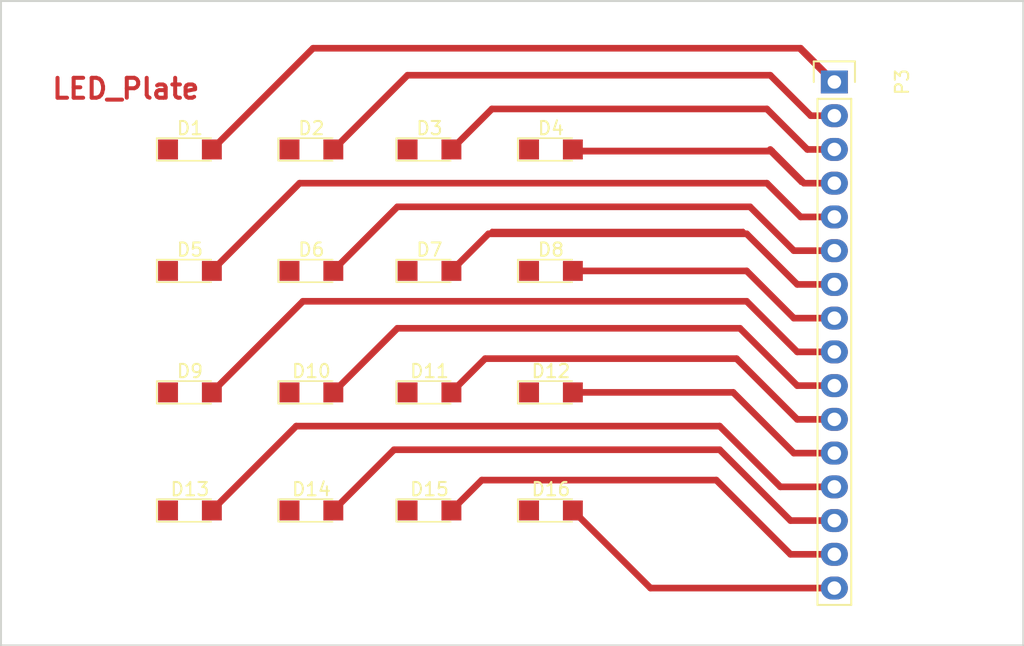
<source format=kicad_pcb>
(kicad_pcb (version 4) (host pcbnew 4.0.6-e0-6349~52~ubuntu16.10.1)

  (general
    (links 31)
    (no_connects 15)
    (area 42.596999 58.090999 119.709001 106.755001)
    (thickness 1.6)
    (drawings 15)
    (tracks 85)
    (zones 0)
    (modules 17)
    (nets 18)
  )

  (page A4)
  (layers
    (0 F.Cu signal)
    (31 B.Cu signal)
    (32 B.Adhes user)
    (33 F.Adhes user)
    (34 B.Paste user)
    (35 F.Paste user)
    (36 B.SilkS user)
    (37 F.SilkS user)
    (38 B.Mask user)
    (39 F.Mask user)
    (40 Dwgs.User user)
    (41 Cmts.User user)
    (42 Eco1.User user)
    (43 Eco2.User user)
    (44 Edge.Cuts user)
    (45 Margin user)
    (46 B.CrtYd user)
    (47 F.CrtYd user)
    (48 B.Fab user)
    (49 F.Fab user)
  )

  (setup
    (last_trace_width 0.5)
    (trace_clearance 0.2)
    (zone_clearance 0.508)
    (zone_45_only no)
    (trace_min 0.2)
    (segment_width 0.2)
    (edge_width 0.15)
    (via_size 0.6)
    (via_drill 0.4)
    (via_min_size 0.4)
    (via_min_drill 0.3)
    (uvia_size 0.3)
    (uvia_drill 0.1)
    (uvias_allowed no)
    (uvia_min_size 0.2)
    (uvia_min_drill 0.1)
    (pcb_text_width 0.3)
    (pcb_text_size 1.5 1.5)
    (mod_edge_width 0.15)
    (mod_text_size 1 1)
    (mod_text_width 0.15)
    (pad_size 1.524 1.524)
    (pad_drill 0.762)
    (pad_to_mask_clearance 0.2)
    (aux_axis_origin 45.974 61.722)
    (grid_origin 24.384 23.876)
    (visible_elements FFFFFF7F)
    (pcbplotparams
      (layerselection 0x00030_80000001)
      (usegerberextensions false)
      (excludeedgelayer true)
      (linewidth 0.100000)
      (plotframeref false)
      (viasonmask false)
      (mode 1)
      (useauxorigin false)
      (hpglpennumber 1)
      (hpglpenspeed 20)
      (hpglpendiameter 15)
      (hpglpenoverlay 2)
      (psnegative false)
      (psa4output false)
      (plotreference true)
      (plotvalue true)
      (plotinvisibletext false)
      (padsonsilk false)
      (subtractmaskfromsilk false)
      (outputformat 1)
      (mirror false)
      (drillshape 1)
      (scaleselection 1)
      (outputdirectory ""))
  )

  (net 0 "")
  (net 1 "Net-(D1-Pad2)")
  (net 2 GND)
  (net 3 "Net-(D2-Pad2)")
  (net 4 "Net-(D3-Pad2)")
  (net 5 "Net-(D4-Pad2)")
  (net 6 "Net-(D5-Pad2)")
  (net 7 "Net-(D6-Pad2)")
  (net 8 "Net-(D7-Pad2)")
  (net 9 "Net-(D8-Pad2)")
  (net 10 "Net-(D9-Pad2)")
  (net 11 "Net-(D10-Pad2)")
  (net 12 "Net-(D11-Pad2)")
  (net 13 "Net-(D12-Pad2)")
  (net 14 "Net-(D13-Pad2)")
  (net 15 "Net-(D14-Pad2)")
  (net 16 "Net-(D15-Pad2)")
  (net 17 "Net-(D16-Pad2)")

  (net_class Default "This is the default net class."
    (clearance 0.2)
    (trace_width 0.5)
    (via_dia 0.6)
    (via_drill 0.4)
    (uvia_dia 0.3)
    (uvia_drill 0.1)
    (add_net GND)
    (add_net "Net-(D1-Pad2)")
    (add_net "Net-(D10-Pad2)")
    (add_net "Net-(D11-Pad2)")
    (add_net "Net-(D12-Pad2)")
    (add_net "Net-(D13-Pad2)")
    (add_net "Net-(D14-Pad2)")
    (add_net "Net-(D15-Pad2)")
    (add_net "Net-(D16-Pad2)")
    (add_net "Net-(D2-Pad2)")
    (add_net "Net-(D3-Pad2)")
    (add_net "Net-(D4-Pad2)")
    (add_net "Net-(D5-Pad2)")
    (add_net "Net-(D6-Pad2)")
    (add_net "Net-(D7-Pad2)")
    (add_net "Net-(D8-Pad2)")
    (add_net "Net-(D9-Pad2)")
  )

  (module LEDs:LED_1206 (layer F.Cu) (tedit 57FE943C) (tstamp 5887508F)
    (at 56.896 69.342)
    (descr "LED 1206 smd package")
    (tags "LED led 1206 SMD smd SMT smt smdled SMDLED smtled SMTLED")
    (path /58873DF0)
    (attr smd)
    (fp_text reference D1 (at 0 -1.6) (layer F.SilkS)
      (effects (font (size 1 1) (thickness 0.15)))
    )
    (fp_text value LED (at 0 1.7) (layer F.Fab)
      (effects (font (size 1 1) (thickness 0.15)))
    )
    (fp_line (start -2.5 -0.85) (end -2.5 0.85) (layer F.SilkS) (width 0.12))
    (fp_line (start -0.45 -0.4) (end -0.45 0.4) (layer F.Fab) (width 0.1))
    (fp_line (start -0.4 0) (end 0.2 -0.4) (layer F.Fab) (width 0.1))
    (fp_line (start 0.2 0.4) (end -0.4 0) (layer F.Fab) (width 0.1))
    (fp_line (start 0.2 -0.4) (end 0.2 0.4) (layer F.Fab) (width 0.1))
    (fp_line (start 1.6 0.8) (end -1.6 0.8) (layer F.Fab) (width 0.1))
    (fp_line (start 1.6 -0.8) (end 1.6 0.8) (layer F.Fab) (width 0.1))
    (fp_line (start -1.6 -0.8) (end 1.6 -0.8) (layer F.Fab) (width 0.1))
    (fp_line (start -1.6 0.8) (end -1.6 -0.8) (layer F.Fab) (width 0.1))
    (fp_line (start -2.45 0.85) (end 1.6 0.85) (layer F.SilkS) (width 0.12))
    (fp_line (start -2.45 -0.85) (end 1.6 -0.85) (layer F.SilkS) (width 0.12))
    (fp_line (start 2.65 -1) (end 2.65 1) (layer F.CrtYd) (width 0.05))
    (fp_line (start 2.65 1) (end -2.65 1) (layer F.CrtYd) (width 0.05))
    (fp_line (start -2.65 1) (end -2.65 -1) (layer F.CrtYd) (width 0.05))
    (fp_line (start -2.65 -1) (end 2.65 -1) (layer F.CrtYd) (width 0.05))
    (pad 2 smd rect (at 1.65 0 180) (size 1.5 1.5) (layers F.Cu F.Paste F.Mask)
      (net 1 "Net-(D1-Pad2)"))
    (pad 1 smd rect (at -1.65 0 180) (size 1.5 1.5) (layers F.Cu F.Paste F.Mask)
      (net 2 GND))
    (model LEDs.3dshapes/LED_1206.wrl
      (at (xyz 0 0 0))
      (scale (xyz 1 1 1))
      (rotate (xyz 0 0 180))
    )
  )

  (module LEDs:LED_1206 (layer F.Cu) (tedit 57FE943C) (tstamp 58875095)
    (at 66.04 69.342)
    (descr "LED 1206 smd package")
    (tags "LED led 1206 SMD smd SMT smt smdled SMDLED smtled SMTLED")
    (path /58873EA0)
    (attr smd)
    (fp_text reference D2 (at 0 -1.6) (layer F.SilkS)
      (effects (font (size 1 1) (thickness 0.15)))
    )
    (fp_text value LED (at 0 1.7) (layer F.Fab)
      (effects (font (size 1 1) (thickness 0.15)))
    )
    (fp_line (start -2.5 -0.85) (end -2.5 0.85) (layer F.SilkS) (width 0.12))
    (fp_line (start -0.45 -0.4) (end -0.45 0.4) (layer F.Fab) (width 0.1))
    (fp_line (start -0.4 0) (end 0.2 -0.4) (layer F.Fab) (width 0.1))
    (fp_line (start 0.2 0.4) (end -0.4 0) (layer F.Fab) (width 0.1))
    (fp_line (start 0.2 -0.4) (end 0.2 0.4) (layer F.Fab) (width 0.1))
    (fp_line (start 1.6 0.8) (end -1.6 0.8) (layer F.Fab) (width 0.1))
    (fp_line (start 1.6 -0.8) (end 1.6 0.8) (layer F.Fab) (width 0.1))
    (fp_line (start -1.6 -0.8) (end 1.6 -0.8) (layer F.Fab) (width 0.1))
    (fp_line (start -1.6 0.8) (end -1.6 -0.8) (layer F.Fab) (width 0.1))
    (fp_line (start -2.45 0.85) (end 1.6 0.85) (layer F.SilkS) (width 0.12))
    (fp_line (start -2.45 -0.85) (end 1.6 -0.85) (layer F.SilkS) (width 0.12))
    (fp_line (start 2.65 -1) (end 2.65 1) (layer F.CrtYd) (width 0.05))
    (fp_line (start 2.65 1) (end -2.65 1) (layer F.CrtYd) (width 0.05))
    (fp_line (start -2.65 1) (end -2.65 -1) (layer F.CrtYd) (width 0.05))
    (fp_line (start -2.65 -1) (end 2.65 -1) (layer F.CrtYd) (width 0.05))
    (pad 2 smd rect (at 1.65 0 180) (size 1.5 1.5) (layers F.Cu F.Paste F.Mask)
      (net 3 "Net-(D2-Pad2)"))
    (pad 1 smd rect (at -1.65 0 180) (size 1.5 1.5) (layers F.Cu F.Paste F.Mask)
      (net 2 GND))
    (model LEDs.3dshapes/LED_1206.wrl
      (at (xyz 0 0 0))
      (scale (xyz 1 1 1))
      (rotate (xyz 0 0 180))
    )
  )

  (module LEDs:LED_1206 (layer F.Cu) (tedit 57FE943C) (tstamp 5887509B)
    (at 74.93 69.342)
    (descr "LED 1206 smd package")
    (tags "LED led 1206 SMD smd SMT smt smdled SMDLED smtled SMTLED")
    (path /58873ED7)
    (attr smd)
    (fp_text reference D3 (at 0 -1.6) (layer F.SilkS)
      (effects (font (size 1 1) (thickness 0.15)))
    )
    (fp_text value LED (at 0 1.7) (layer F.Fab)
      (effects (font (size 1 1) (thickness 0.15)))
    )
    (fp_line (start -2.5 -0.85) (end -2.5 0.85) (layer F.SilkS) (width 0.12))
    (fp_line (start -0.45 -0.4) (end -0.45 0.4) (layer F.Fab) (width 0.1))
    (fp_line (start -0.4 0) (end 0.2 -0.4) (layer F.Fab) (width 0.1))
    (fp_line (start 0.2 0.4) (end -0.4 0) (layer F.Fab) (width 0.1))
    (fp_line (start 0.2 -0.4) (end 0.2 0.4) (layer F.Fab) (width 0.1))
    (fp_line (start 1.6 0.8) (end -1.6 0.8) (layer F.Fab) (width 0.1))
    (fp_line (start 1.6 -0.8) (end 1.6 0.8) (layer F.Fab) (width 0.1))
    (fp_line (start -1.6 -0.8) (end 1.6 -0.8) (layer F.Fab) (width 0.1))
    (fp_line (start -1.6 0.8) (end -1.6 -0.8) (layer F.Fab) (width 0.1))
    (fp_line (start -2.45 0.85) (end 1.6 0.85) (layer F.SilkS) (width 0.12))
    (fp_line (start -2.45 -0.85) (end 1.6 -0.85) (layer F.SilkS) (width 0.12))
    (fp_line (start 2.65 -1) (end 2.65 1) (layer F.CrtYd) (width 0.05))
    (fp_line (start 2.65 1) (end -2.65 1) (layer F.CrtYd) (width 0.05))
    (fp_line (start -2.65 1) (end -2.65 -1) (layer F.CrtYd) (width 0.05))
    (fp_line (start -2.65 -1) (end 2.65 -1) (layer F.CrtYd) (width 0.05))
    (pad 2 smd rect (at 1.65 0 180) (size 1.5 1.5) (layers F.Cu F.Paste F.Mask)
      (net 4 "Net-(D3-Pad2)"))
    (pad 1 smd rect (at -1.65 0 180) (size 1.5 1.5) (layers F.Cu F.Paste F.Mask)
      (net 2 GND))
    (model LEDs.3dshapes/LED_1206.wrl
      (at (xyz 0 0 0))
      (scale (xyz 1 1 1))
      (rotate (xyz 0 0 180))
    )
  )

  (module LEDs:LED_1206 (layer F.Cu) (tedit 57FE943C) (tstamp 588750A1)
    (at 84.074 69.342)
    (descr "LED 1206 smd package")
    (tags "LED led 1206 SMD smd SMT smt smdled SMDLED smtled SMTLED")
    (path /58873F32)
    (attr smd)
    (fp_text reference D4 (at 0 -1.6) (layer F.SilkS)
      (effects (font (size 1 1) (thickness 0.15)))
    )
    (fp_text value LED (at 0 1.7) (layer F.Fab)
      (effects (font (size 1 1) (thickness 0.15)))
    )
    (fp_line (start -2.5 -0.85) (end -2.5 0.85) (layer F.SilkS) (width 0.12))
    (fp_line (start -0.45 -0.4) (end -0.45 0.4) (layer F.Fab) (width 0.1))
    (fp_line (start -0.4 0) (end 0.2 -0.4) (layer F.Fab) (width 0.1))
    (fp_line (start 0.2 0.4) (end -0.4 0) (layer F.Fab) (width 0.1))
    (fp_line (start 0.2 -0.4) (end 0.2 0.4) (layer F.Fab) (width 0.1))
    (fp_line (start 1.6 0.8) (end -1.6 0.8) (layer F.Fab) (width 0.1))
    (fp_line (start 1.6 -0.8) (end 1.6 0.8) (layer F.Fab) (width 0.1))
    (fp_line (start -1.6 -0.8) (end 1.6 -0.8) (layer F.Fab) (width 0.1))
    (fp_line (start -1.6 0.8) (end -1.6 -0.8) (layer F.Fab) (width 0.1))
    (fp_line (start -2.45 0.85) (end 1.6 0.85) (layer F.SilkS) (width 0.12))
    (fp_line (start -2.45 -0.85) (end 1.6 -0.85) (layer F.SilkS) (width 0.12))
    (fp_line (start 2.65 -1) (end 2.65 1) (layer F.CrtYd) (width 0.05))
    (fp_line (start 2.65 1) (end -2.65 1) (layer F.CrtYd) (width 0.05))
    (fp_line (start -2.65 1) (end -2.65 -1) (layer F.CrtYd) (width 0.05))
    (fp_line (start -2.65 -1) (end 2.65 -1) (layer F.CrtYd) (width 0.05))
    (pad 2 smd rect (at 1.65 0 180) (size 1.5 1.5) (layers F.Cu F.Paste F.Mask)
      (net 5 "Net-(D4-Pad2)"))
    (pad 1 smd rect (at -1.65 0 180) (size 1.5 1.5) (layers F.Cu F.Paste F.Mask)
      (net 2 GND))
    (model LEDs.3dshapes/LED_1206.wrl
      (at (xyz 0 0 0))
      (scale (xyz 1 1 1))
      (rotate (xyz 0 0 180))
    )
  )

  (module LEDs:LED_1206 (layer F.Cu) (tedit 57FE943C) (tstamp 588750A7)
    (at 56.896 78.486)
    (descr "LED 1206 smd package")
    (tags "LED led 1206 SMD smd SMT smt smdled SMDLED smtled SMTLED")
    (path /58873F80)
    (attr smd)
    (fp_text reference D5 (at 0 -1.6) (layer F.SilkS)
      (effects (font (size 1 1) (thickness 0.15)))
    )
    (fp_text value LED (at 0 1.7) (layer F.Fab)
      (effects (font (size 1 1) (thickness 0.15)))
    )
    (fp_line (start -2.5 -0.85) (end -2.5 0.85) (layer F.SilkS) (width 0.12))
    (fp_line (start -0.45 -0.4) (end -0.45 0.4) (layer F.Fab) (width 0.1))
    (fp_line (start -0.4 0) (end 0.2 -0.4) (layer F.Fab) (width 0.1))
    (fp_line (start 0.2 0.4) (end -0.4 0) (layer F.Fab) (width 0.1))
    (fp_line (start 0.2 -0.4) (end 0.2 0.4) (layer F.Fab) (width 0.1))
    (fp_line (start 1.6 0.8) (end -1.6 0.8) (layer F.Fab) (width 0.1))
    (fp_line (start 1.6 -0.8) (end 1.6 0.8) (layer F.Fab) (width 0.1))
    (fp_line (start -1.6 -0.8) (end 1.6 -0.8) (layer F.Fab) (width 0.1))
    (fp_line (start -1.6 0.8) (end -1.6 -0.8) (layer F.Fab) (width 0.1))
    (fp_line (start -2.45 0.85) (end 1.6 0.85) (layer F.SilkS) (width 0.12))
    (fp_line (start -2.45 -0.85) (end 1.6 -0.85) (layer F.SilkS) (width 0.12))
    (fp_line (start 2.65 -1) (end 2.65 1) (layer F.CrtYd) (width 0.05))
    (fp_line (start 2.65 1) (end -2.65 1) (layer F.CrtYd) (width 0.05))
    (fp_line (start -2.65 1) (end -2.65 -1) (layer F.CrtYd) (width 0.05))
    (fp_line (start -2.65 -1) (end 2.65 -1) (layer F.CrtYd) (width 0.05))
    (pad 2 smd rect (at 1.65 0 180) (size 1.5 1.5) (layers F.Cu F.Paste F.Mask)
      (net 6 "Net-(D5-Pad2)"))
    (pad 1 smd rect (at -1.65 0 180) (size 1.5 1.5) (layers F.Cu F.Paste F.Mask)
      (net 2 GND))
    (model LEDs.3dshapes/LED_1206.wrl
      (at (xyz 0 0 0))
      (scale (xyz 1 1 1))
      (rotate (xyz 0 0 180))
    )
  )

  (module LEDs:LED_1206 (layer F.Cu) (tedit 57FE943C) (tstamp 588750AD)
    (at 66.04 78.486)
    (descr "LED 1206 smd package")
    (tags "LED led 1206 SMD smd SMT smt smdled SMDLED smtled SMTLED")
    (path /58873FA7)
    (attr smd)
    (fp_text reference D6 (at 0 -1.6) (layer F.SilkS)
      (effects (font (size 1 1) (thickness 0.15)))
    )
    (fp_text value LED (at 0 1.7) (layer F.Fab)
      (effects (font (size 1 1) (thickness 0.15)))
    )
    (fp_line (start -2.5 -0.85) (end -2.5 0.85) (layer F.SilkS) (width 0.12))
    (fp_line (start -0.45 -0.4) (end -0.45 0.4) (layer F.Fab) (width 0.1))
    (fp_line (start -0.4 0) (end 0.2 -0.4) (layer F.Fab) (width 0.1))
    (fp_line (start 0.2 0.4) (end -0.4 0) (layer F.Fab) (width 0.1))
    (fp_line (start 0.2 -0.4) (end 0.2 0.4) (layer F.Fab) (width 0.1))
    (fp_line (start 1.6 0.8) (end -1.6 0.8) (layer F.Fab) (width 0.1))
    (fp_line (start 1.6 -0.8) (end 1.6 0.8) (layer F.Fab) (width 0.1))
    (fp_line (start -1.6 -0.8) (end 1.6 -0.8) (layer F.Fab) (width 0.1))
    (fp_line (start -1.6 0.8) (end -1.6 -0.8) (layer F.Fab) (width 0.1))
    (fp_line (start -2.45 0.85) (end 1.6 0.85) (layer F.SilkS) (width 0.12))
    (fp_line (start -2.45 -0.85) (end 1.6 -0.85) (layer F.SilkS) (width 0.12))
    (fp_line (start 2.65 -1) (end 2.65 1) (layer F.CrtYd) (width 0.05))
    (fp_line (start 2.65 1) (end -2.65 1) (layer F.CrtYd) (width 0.05))
    (fp_line (start -2.65 1) (end -2.65 -1) (layer F.CrtYd) (width 0.05))
    (fp_line (start -2.65 -1) (end 2.65 -1) (layer F.CrtYd) (width 0.05))
    (pad 2 smd rect (at 1.65 0 180) (size 1.5 1.5) (layers F.Cu F.Paste F.Mask)
      (net 7 "Net-(D6-Pad2)"))
    (pad 1 smd rect (at -1.65 0 180) (size 1.5 1.5) (layers F.Cu F.Paste F.Mask)
      (net 2 GND))
    (model LEDs.3dshapes/LED_1206.wrl
      (at (xyz 0 0 0))
      (scale (xyz 1 1 1))
      (rotate (xyz 0 0 180))
    )
  )

  (module LEDs:LED_1206 (layer F.Cu) (tedit 57FE943C) (tstamp 588750B3)
    (at 74.93 78.486)
    (descr "LED 1206 smd package")
    (tags "LED led 1206 SMD smd SMT smt smdled SMDLED smtled SMTLED")
    (path /58874082)
    (attr smd)
    (fp_text reference D7 (at 0 -1.6) (layer F.SilkS)
      (effects (font (size 1 1) (thickness 0.15)))
    )
    (fp_text value LED (at 0 1.7) (layer F.Fab)
      (effects (font (size 1 1) (thickness 0.15)))
    )
    (fp_line (start -2.5 -0.85) (end -2.5 0.85) (layer F.SilkS) (width 0.12))
    (fp_line (start -0.45 -0.4) (end -0.45 0.4) (layer F.Fab) (width 0.1))
    (fp_line (start -0.4 0) (end 0.2 -0.4) (layer F.Fab) (width 0.1))
    (fp_line (start 0.2 0.4) (end -0.4 0) (layer F.Fab) (width 0.1))
    (fp_line (start 0.2 -0.4) (end 0.2 0.4) (layer F.Fab) (width 0.1))
    (fp_line (start 1.6 0.8) (end -1.6 0.8) (layer F.Fab) (width 0.1))
    (fp_line (start 1.6 -0.8) (end 1.6 0.8) (layer F.Fab) (width 0.1))
    (fp_line (start -1.6 -0.8) (end 1.6 -0.8) (layer F.Fab) (width 0.1))
    (fp_line (start -1.6 0.8) (end -1.6 -0.8) (layer F.Fab) (width 0.1))
    (fp_line (start -2.45 0.85) (end 1.6 0.85) (layer F.SilkS) (width 0.12))
    (fp_line (start -2.45 -0.85) (end 1.6 -0.85) (layer F.SilkS) (width 0.12))
    (fp_line (start 2.65 -1) (end 2.65 1) (layer F.CrtYd) (width 0.05))
    (fp_line (start 2.65 1) (end -2.65 1) (layer F.CrtYd) (width 0.05))
    (fp_line (start -2.65 1) (end -2.65 -1) (layer F.CrtYd) (width 0.05))
    (fp_line (start -2.65 -1) (end 2.65 -1) (layer F.CrtYd) (width 0.05))
    (pad 2 smd rect (at 1.65 0 180) (size 1.5 1.5) (layers F.Cu F.Paste F.Mask)
      (net 8 "Net-(D7-Pad2)"))
    (pad 1 smd rect (at -1.65 0 180) (size 1.5 1.5) (layers F.Cu F.Paste F.Mask)
      (net 2 GND))
    (model LEDs.3dshapes/LED_1206.wrl
      (at (xyz 0 0 0))
      (scale (xyz 1 1 1))
      (rotate (xyz 0 0 180))
    )
  )

  (module LEDs:LED_1206 (layer F.Cu) (tedit 57FE943C) (tstamp 588750B9)
    (at 84.074 78.486)
    (descr "LED 1206 smd package")
    (tags "LED led 1206 SMD smd SMT smt smdled SMDLED smtled SMTLED")
    (path /588740C4)
    (attr smd)
    (fp_text reference D8 (at 0 -1.6) (layer F.SilkS)
      (effects (font (size 1 1) (thickness 0.15)))
    )
    (fp_text value LED (at 0 1.7) (layer F.Fab)
      (effects (font (size 1 1) (thickness 0.15)))
    )
    (fp_line (start -2.5 -0.85) (end -2.5 0.85) (layer F.SilkS) (width 0.12))
    (fp_line (start -0.45 -0.4) (end -0.45 0.4) (layer F.Fab) (width 0.1))
    (fp_line (start -0.4 0) (end 0.2 -0.4) (layer F.Fab) (width 0.1))
    (fp_line (start 0.2 0.4) (end -0.4 0) (layer F.Fab) (width 0.1))
    (fp_line (start 0.2 -0.4) (end 0.2 0.4) (layer F.Fab) (width 0.1))
    (fp_line (start 1.6 0.8) (end -1.6 0.8) (layer F.Fab) (width 0.1))
    (fp_line (start 1.6 -0.8) (end 1.6 0.8) (layer F.Fab) (width 0.1))
    (fp_line (start -1.6 -0.8) (end 1.6 -0.8) (layer F.Fab) (width 0.1))
    (fp_line (start -1.6 0.8) (end -1.6 -0.8) (layer F.Fab) (width 0.1))
    (fp_line (start -2.45 0.85) (end 1.6 0.85) (layer F.SilkS) (width 0.12))
    (fp_line (start -2.45 -0.85) (end 1.6 -0.85) (layer F.SilkS) (width 0.12))
    (fp_line (start 2.65 -1) (end 2.65 1) (layer F.CrtYd) (width 0.05))
    (fp_line (start 2.65 1) (end -2.65 1) (layer F.CrtYd) (width 0.05))
    (fp_line (start -2.65 1) (end -2.65 -1) (layer F.CrtYd) (width 0.05))
    (fp_line (start -2.65 -1) (end 2.65 -1) (layer F.CrtYd) (width 0.05))
    (pad 2 smd rect (at 1.65 0 180) (size 1.5 1.5) (layers F.Cu F.Paste F.Mask)
      (net 9 "Net-(D8-Pad2)"))
    (pad 1 smd rect (at -1.65 0 180) (size 1.5 1.5) (layers F.Cu F.Paste F.Mask)
      (net 2 GND))
    (model LEDs.3dshapes/LED_1206.wrl
      (at (xyz 0 0 0))
      (scale (xyz 1 1 1))
      (rotate (xyz 0 0 180))
    )
  )

  (module LEDs:LED_1206 (layer F.Cu) (tedit 57FE943C) (tstamp 588750BF)
    (at 56.896 87.63)
    (descr "LED 1206 smd package")
    (tags "LED led 1206 SMD smd SMT smt smdled SMDLED smtled SMTLED")
    (path /588740F1)
    (attr smd)
    (fp_text reference D9 (at 0 -1.6) (layer F.SilkS)
      (effects (font (size 1 1) (thickness 0.15)))
    )
    (fp_text value LED (at 0 1.7) (layer F.Fab)
      (effects (font (size 1 1) (thickness 0.15)))
    )
    (fp_line (start -2.5 -0.85) (end -2.5 0.85) (layer F.SilkS) (width 0.12))
    (fp_line (start -0.45 -0.4) (end -0.45 0.4) (layer F.Fab) (width 0.1))
    (fp_line (start -0.4 0) (end 0.2 -0.4) (layer F.Fab) (width 0.1))
    (fp_line (start 0.2 0.4) (end -0.4 0) (layer F.Fab) (width 0.1))
    (fp_line (start 0.2 -0.4) (end 0.2 0.4) (layer F.Fab) (width 0.1))
    (fp_line (start 1.6 0.8) (end -1.6 0.8) (layer F.Fab) (width 0.1))
    (fp_line (start 1.6 -0.8) (end 1.6 0.8) (layer F.Fab) (width 0.1))
    (fp_line (start -1.6 -0.8) (end 1.6 -0.8) (layer F.Fab) (width 0.1))
    (fp_line (start -1.6 0.8) (end -1.6 -0.8) (layer F.Fab) (width 0.1))
    (fp_line (start -2.45 0.85) (end 1.6 0.85) (layer F.SilkS) (width 0.12))
    (fp_line (start -2.45 -0.85) (end 1.6 -0.85) (layer F.SilkS) (width 0.12))
    (fp_line (start 2.65 -1) (end 2.65 1) (layer F.CrtYd) (width 0.05))
    (fp_line (start 2.65 1) (end -2.65 1) (layer F.CrtYd) (width 0.05))
    (fp_line (start -2.65 1) (end -2.65 -1) (layer F.CrtYd) (width 0.05))
    (fp_line (start -2.65 -1) (end 2.65 -1) (layer F.CrtYd) (width 0.05))
    (pad 2 smd rect (at 1.65 0 180) (size 1.5 1.5) (layers F.Cu F.Paste F.Mask)
      (net 10 "Net-(D9-Pad2)"))
    (pad 1 smd rect (at -1.65 0 180) (size 1.5 1.5) (layers F.Cu F.Paste F.Mask)
      (net 2 GND))
    (model LEDs.3dshapes/LED_1206.wrl
      (at (xyz 0 0 0))
      (scale (xyz 1 1 1))
      (rotate (xyz 0 0 180))
    )
  )

  (module LEDs:LED_1206 (layer F.Cu) (tedit 57FE943C) (tstamp 588750C5)
    (at 66.04 87.63)
    (descr "LED 1206 smd package")
    (tags "LED led 1206 SMD smd SMT smt smdled SMDLED smtled SMTLED")
    (path /5887411E)
    (attr smd)
    (fp_text reference D10 (at 0 -1.6) (layer F.SilkS)
      (effects (font (size 1 1) (thickness 0.15)))
    )
    (fp_text value LED (at 0 1.7) (layer F.Fab)
      (effects (font (size 1 1) (thickness 0.15)))
    )
    (fp_line (start -2.5 -0.85) (end -2.5 0.85) (layer F.SilkS) (width 0.12))
    (fp_line (start -0.45 -0.4) (end -0.45 0.4) (layer F.Fab) (width 0.1))
    (fp_line (start -0.4 0) (end 0.2 -0.4) (layer F.Fab) (width 0.1))
    (fp_line (start 0.2 0.4) (end -0.4 0) (layer F.Fab) (width 0.1))
    (fp_line (start 0.2 -0.4) (end 0.2 0.4) (layer F.Fab) (width 0.1))
    (fp_line (start 1.6 0.8) (end -1.6 0.8) (layer F.Fab) (width 0.1))
    (fp_line (start 1.6 -0.8) (end 1.6 0.8) (layer F.Fab) (width 0.1))
    (fp_line (start -1.6 -0.8) (end 1.6 -0.8) (layer F.Fab) (width 0.1))
    (fp_line (start -1.6 0.8) (end -1.6 -0.8) (layer F.Fab) (width 0.1))
    (fp_line (start -2.45 0.85) (end 1.6 0.85) (layer F.SilkS) (width 0.12))
    (fp_line (start -2.45 -0.85) (end 1.6 -0.85) (layer F.SilkS) (width 0.12))
    (fp_line (start 2.65 -1) (end 2.65 1) (layer F.CrtYd) (width 0.05))
    (fp_line (start 2.65 1) (end -2.65 1) (layer F.CrtYd) (width 0.05))
    (fp_line (start -2.65 1) (end -2.65 -1) (layer F.CrtYd) (width 0.05))
    (fp_line (start -2.65 -1) (end 2.65 -1) (layer F.CrtYd) (width 0.05))
    (pad 2 smd rect (at 1.65 0 180) (size 1.5 1.5) (layers F.Cu F.Paste F.Mask)
      (net 11 "Net-(D10-Pad2)"))
    (pad 1 smd rect (at -1.65 0 180) (size 1.5 1.5) (layers F.Cu F.Paste F.Mask)
      (net 2 GND))
    (model LEDs.3dshapes/LED_1206.wrl
      (at (xyz 0 0 0))
      (scale (xyz 1 1 1))
      (rotate (xyz 0 0 180))
    )
  )

  (module LEDs:LED_1206 (layer F.Cu) (tedit 57FE943C) (tstamp 588750CB)
    (at 74.93 87.63)
    (descr "LED 1206 smd package")
    (tags "LED led 1206 SMD smd SMT smt smdled SMDLED smtled SMTLED")
    (path /58874176)
    (attr smd)
    (fp_text reference D11 (at 0 -1.6) (layer F.SilkS)
      (effects (font (size 1 1) (thickness 0.15)))
    )
    (fp_text value LED (at 0 1.7) (layer F.Fab)
      (effects (font (size 1 1) (thickness 0.15)))
    )
    (fp_line (start -2.5 -0.85) (end -2.5 0.85) (layer F.SilkS) (width 0.12))
    (fp_line (start -0.45 -0.4) (end -0.45 0.4) (layer F.Fab) (width 0.1))
    (fp_line (start -0.4 0) (end 0.2 -0.4) (layer F.Fab) (width 0.1))
    (fp_line (start 0.2 0.4) (end -0.4 0) (layer F.Fab) (width 0.1))
    (fp_line (start 0.2 -0.4) (end 0.2 0.4) (layer F.Fab) (width 0.1))
    (fp_line (start 1.6 0.8) (end -1.6 0.8) (layer F.Fab) (width 0.1))
    (fp_line (start 1.6 -0.8) (end 1.6 0.8) (layer F.Fab) (width 0.1))
    (fp_line (start -1.6 -0.8) (end 1.6 -0.8) (layer F.Fab) (width 0.1))
    (fp_line (start -1.6 0.8) (end -1.6 -0.8) (layer F.Fab) (width 0.1))
    (fp_line (start -2.45 0.85) (end 1.6 0.85) (layer F.SilkS) (width 0.12))
    (fp_line (start -2.45 -0.85) (end 1.6 -0.85) (layer F.SilkS) (width 0.12))
    (fp_line (start 2.65 -1) (end 2.65 1) (layer F.CrtYd) (width 0.05))
    (fp_line (start 2.65 1) (end -2.65 1) (layer F.CrtYd) (width 0.05))
    (fp_line (start -2.65 1) (end -2.65 -1) (layer F.CrtYd) (width 0.05))
    (fp_line (start -2.65 -1) (end 2.65 -1) (layer F.CrtYd) (width 0.05))
    (pad 2 smd rect (at 1.65 0 180) (size 1.5 1.5) (layers F.Cu F.Paste F.Mask)
      (net 12 "Net-(D11-Pad2)"))
    (pad 1 smd rect (at -1.65 0 180) (size 1.5 1.5) (layers F.Cu F.Paste F.Mask)
      (net 2 GND))
    (model LEDs.3dshapes/LED_1206.wrl
      (at (xyz 0 0 0))
      (scale (xyz 1 1 1))
      (rotate (xyz 0 0 180))
    )
  )

  (module LEDs:LED_1206 (layer F.Cu) (tedit 57FE943C) (tstamp 588750D1)
    (at 84.074 87.63)
    (descr "LED 1206 smd package")
    (tags "LED led 1206 SMD smd SMT smt smdled SMDLED smtled SMTLED")
    (path /588741B5)
    (attr smd)
    (fp_text reference D12 (at 0 -1.6) (layer F.SilkS)
      (effects (font (size 1 1) (thickness 0.15)))
    )
    (fp_text value LED (at 0 1.7) (layer F.Fab)
      (effects (font (size 1 1) (thickness 0.15)))
    )
    (fp_line (start -2.5 -0.85) (end -2.5 0.85) (layer F.SilkS) (width 0.12))
    (fp_line (start -0.45 -0.4) (end -0.45 0.4) (layer F.Fab) (width 0.1))
    (fp_line (start -0.4 0) (end 0.2 -0.4) (layer F.Fab) (width 0.1))
    (fp_line (start 0.2 0.4) (end -0.4 0) (layer F.Fab) (width 0.1))
    (fp_line (start 0.2 -0.4) (end 0.2 0.4) (layer F.Fab) (width 0.1))
    (fp_line (start 1.6 0.8) (end -1.6 0.8) (layer F.Fab) (width 0.1))
    (fp_line (start 1.6 -0.8) (end 1.6 0.8) (layer F.Fab) (width 0.1))
    (fp_line (start -1.6 -0.8) (end 1.6 -0.8) (layer F.Fab) (width 0.1))
    (fp_line (start -1.6 0.8) (end -1.6 -0.8) (layer F.Fab) (width 0.1))
    (fp_line (start -2.45 0.85) (end 1.6 0.85) (layer F.SilkS) (width 0.12))
    (fp_line (start -2.45 -0.85) (end 1.6 -0.85) (layer F.SilkS) (width 0.12))
    (fp_line (start 2.65 -1) (end 2.65 1) (layer F.CrtYd) (width 0.05))
    (fp_line (start 2.65 1) (end -2.65 1) (layer F.CrtYd) (width 0.05))
    (fp_line (start -2.65 1) (end -2.65 -1) (layer F.CrtYd) (width 0.05))
    (fp_line (start -2.65 -1) (end 2.65 -1) (layer F.CrtYd) (width 0.05))
    (pad 2 smd rect (at 1.65 0 180) (size 1.5 1.5) (layers F.Cu F.Paste F.Mask)
      (net 13 "Net-(D12-Pad2)"))
    (pad 1 smd rect (at -1.65 0 180) (size 1.5 1.5) (layers F.Cu F.Paste F.Mask)
      (net 2 GND))
    (model LEDs.3dshapes/LED_1206.wrl
      (at (xyz 0 0 0))
      (scale (xyz 1 1 1))
      (rotate (xyz 0 0 180))
    )
  )

  (module LEDs:LED_1206 (layer F.Cu) (tedit 57FE943C) (tstamp 588750D7)
    (at 56.896 96.52)
    (descr "LED 1206 smd package")
    (tags "LED led 1206 SMD smd SMT smt smdled SMDLED smtled SMTLED")
    (path /588741E4)
    (attr smd)
    (fp_text reference D13 (at 0 -1.6) (layer F.SilkS)
      (effects (font (size 1 1) (thickness 0.15)))
    )
    (fp_text value LED (at 0 1.7) (layer F.Fab)
      (effects (font (size 1 1) (thickness 0.15)))
    )
    (fp_line (start -2.5 -0.85) (end -2.5 0.85) (layer F.SilkS) (width 0.12))
    (fp_line (start -0.45 -0.4) (end -0.45 0.4) (layer F.Fab) (width 0.1))
    (fp_line (start -0.4 0) (end 0.2 -0.4) (layer F.Fab) (width 0.1))
    (fp_line (start 0.2 0.4) (end -0.4 0) (layer F.Fab) (width 0.1))
    (fp_line (start 0.2 -0.4) (end 0.2 0.4) (layer F.Fab) (width 0.1))
    (fp_line (start 1.6 0.8) (end -1.6 0.8) (layer F.Fab) (width 0.1))
    (fp_line (start 1.6 -0.8) (end 1.6 0.8) (layer F.Fab) (width 0.1))
    (fp_line (start -1.6 -0.8) (end 1.6 -0.8) (layer F.Fab) (width 0.1))
    (fp_line (start -1.6 0.8) (end -1.6 -0.8) (layer F.Fab) (width 0.1))
    (fp_line (start -2.45 0.85) (end 1.6 0.85) (layer F.SilkS) (width 0.12))
    (fp_line (start -2.45 -0.85) (end 1.6 -0.85) (layer F.SilkS) (width 0.12))
    (fp_line (start 2.65 -1) (end 2.65 1) (layer F.CrtYd) (width 0.05))
    (fp_line (start 2.65 1) (end -2.65 1) (layer F.CrtYd) (width 0.05))
    (fp_line (start -2.65 1) (end -2.65 -1) (layer F.CrtYd) (width 0.05))
    (fp_line (start -2.65 -1) (end 2.65 -1) (layer F.CrtYd) (width 0.05))
    (pad 2 smd rect (at 1.65 0 180) (size 1.5 1.5) (layers F.Cu F.Paste F.Mask)
      (net 14 "Net-(D13-Pad2)"))
    (pad 1 smd rect (at -1.65 0 180) (size 1.5 1.5) (layers F.Cu F.Paste F.Mask)
      (net 2 GND))
    (model LEDs.3dshapes/LED_1206.wrl
      (at (xyz 0 0 0))
      (scale (xyz 1 1 1))
      (rotate (xyz 0 0 180))
    )
  )

  (module LEDs:LED_1206 (layer F.Cu) (tedit 57FE943C) (tstamp 588750DD)
    (at 66.04 96.52)
    (descr "LED 1206 smd package")
    (tags "LED led 1206 SMD smd SMT smt smdled SMDLED smtled SMTLED")
    (path /58874217)
    (attr smd)
    (fp_text reference D14 (at 0 -1.6) (layer F.SilkS)
      (effects (font (size 1 1) (thickness 0.15)))
    )
    (fp_text value LED (at 0 1.7) (layer F.Fab)
      (effects (font (size 1 1) (thickness 0.15)))
    )
    (fp_line (start -2.5 -0.85) (end -2.5 0.85) (layer F.SilkS) (width 0.12))
    (fp_line (start -0.45 -0.4) (end -0.45 0.4) (layer F.Fab) (width 0.1))
    (fp_line (start -0.4 0) (end 0.2 -0.4) (layer F.Fab) (width 0.1))
    (fp_line (start 0.2 0.4) (end -0.4 0) (layer F.Fab) (width 0.1))
    (fp_line (start 0.2 -0.4) (end 0.2 0.4) (layer F.Fab) (width 0.1))
    (fp_line (start 1.6 0.8) (end -1.6 0.8) (layer F.Fab) (width 0.1))
    (fp_line (start 1.6 -0.8) (end 1.6 0.8) (layer F.Fab) (width 0.1))
    (fp_line (start -1.6 -0.8) (end 1.6 -0.8) (layer F.Fab) (width 0.1))
    (fp_line (start -1.6 0.8) (end -1.6 -0.8) (layer F.Fab) (width 0.1))
    (fp_line (start -2.45 0.85) (end 1.6 0.85) (layer F.SilkS) (width 0.12))
    (fp_line (start -2.45 -0.85) (end 1.6 -0.85) (layer F.SilkS) (width 0.12))
    (fp_line (start 2.65 -1) (end 2.65 1) (layer F.CrtYd) (width 0.05))
    (fp_line (start 2.65 1) (end -2.65 1) (layer F.CrtYd) (width 0.05))
    (fp_line (start -2.65 1) (end -2.65 -1) (layer F.CrtYd) (width 0.05))
    (fp_line (start -2.65 -1) (end 2.65 -1) (layer F.CrtYd) (width 0.05))
    (pad 2 smd rect (at 1.65 0 180) (size 1.5 1.5) (layers F.Cu F.Paste F.Mask)
      (net 15 "Net-(D14-Pad2)"))
    (pad 1 smd rect (at -1.65 0 180) (size 1.5 1.5) (layers F.Cu F.Paste F.Mask)
      (net 2 GND))
    (model LEDs.3dshapes/LED_1206.wrl
      (at (xyz 0 0 0))
      (scale (xyz 1 1 1))
      (rotate (xyz 0 0 180))
    )
  )

  (module LEDs:LED_1206 (layer F.Cu) (tedit 57FE943C) (tstamp 588750E3)
    (at 74.93 96.52)
    (descr "LED 1206 smd package")
    (tags "LED led 1206 SMD smd SMT smt smdled SMDLED smtled SMTLED")
    (path /5887424A)
    (attr smd)
    (fp_text reference D15 (at 0 -1.6) (layer F.SilkS)
      (effects (font (size 1 1) (thickness 0.15)))
    )
    (fp_text value LED (at 0 1.7) (layer F.Fab)
      (effects (font (size 1 1) (thickness 0.15)))
    )
    (fp_line (start -2.5 -0.85) (end -2.5 0.85) (layer F.SilkS) (width 0.12))
    (fp_line (start -0.45 -0.4) (end -0.45 0.4) (layer F.Fab) (width 0.1))
    (fp_line (start -0.4 0) (end 0.2 -0.4) (layer F.Fab) (width 0.1))
    (fp_line (start 0.2 0.4) (end -0.4 0) (layer F.Fab) (width 0.1))
    (fp_line (start 0.2 -0.4) (end 0.2 0.4) (layer F.Fab) (width 0.1))
    (fp_line (start 1.6 0.8) (end -1.6 0.8) (layer F.Fab) (width 0.1))
    (fp_line (start 1.6 -0.8) (end 1.6 0.8) (layer F.Fab) (width 0.1))
    (fp_line (start -1.6 -0.8) (end 1.6 -0.8) (layer F.Fab) (width 0.1))
    (fp_line (start -1.6 0.8) (end -1.6 -0.8) (layer F.Fab) (width 0.1))
    (fp_line (start -2.45 0.85) (end 1.6 0.85) (layer F.SilkS) (width 0.12))
    (fp_line (start -2.45 -0.85) (end 1.6 -0.85) (layer F.SilkS) (width 0.12))
    (fp_line (start 2.65 -1) (end 2.65 1) (layer F.CrtYd) (width 0.05))
    (fp_line (start 2.65 1) (end -2.65 1) (layer F.CrtYd) (width 0.05))
    (fp_line (start -2.65 1) (end -2.65 -1) (layer F.CrtYd) (width 0.05))
    (fp_line (start -2.65 -1) (end 2.65 -1) (layer F.CrtYd) (width 0.05))
    (pad 2 smd rect (at 1.65 0 180) (size 1.5 1.5) (layers F.Cu F.Paste F.Mask)
      (net 16 "Net-(D15-Pad2)"))
    (pad 1 smd rect (at -1.65 0 180) (size 1.5 1.5) (layers F.Cu F.Paste F.Mask)
      (net 2 GND))
    (model LEDs.3dshapes/LED_1206.wrl
      (at (xyz 0 0 0))
      (scale (xyz 1 1 1))
      (rotate (xyz 0 0 180))
    )
  )

  (module LEDs:LED_1206 (layer F.Cu) (tedit 57FE943C) (tstamp 588750E9)
    (at 84.074 96.52)
    (descr "LED 1206 smd package")
    (tags "LED led 1206 SMD smd SMT smt smdled SMDLED smtled SMTLED")
    (path /5887427F)
    (attr smd)
    (fp_text reference D16 (at 0 -1.6) (layer F.SilkS)
      (effects (font (size 1 1) (thickness 0.15)))
    )
    (fp_text value LED (at 0 1.7) (layer F.Fab)
      (effects (font (size 1 1) (thickness 0.15)))
    )
    (fp_line (start -2.5 -0.85) (end -2.5 0.85) (layer F.SilkS) (width 0.12))
    (fp_line (start -0.45 -0.4) (end -0.45 0.4) (layer F.Fab) (width 0.1))
    (fp_line (start -0.4 0) (end 0.2 -0.4) (layer F.Fab) (width 0.1))
    (fp_line (start 0.2 0.4) (end -0.4 0) (layer F.Fab) (width 0.1))
    (fp_line (start 0.2 -0.4) (end 0.2 0.4) (layer F.Fab) (width 0.1))
    (fp_line (start 1.6 0.8) (end -1.6 0.8) (layer F.Fab) (width 0.1))
    (fp_line (start 1.6 -0.8) (end 1.6 0.8) (layer F.Fab) (width 0.1))
    (fp_line (start -1.6 -0.8) (end 1.6 -0.8) (layer F.Fab) (width 0.1))
    (fp_line (start -1.6 0.8) (end -1.6 -0.8) (layer F.Fab) (width 0.1))
    (fp_line (start -2.45 0.85) (end 1.6 0.85) (layer F.SilkS) (width 0.12))
    (fp_line (start -2.45 -0.85) (end 1.6 -0.85) (layer F.SilkS) (width 0.12))
    (fp_line (start 2.65 -1) (end 2.65 1) (layer F.CrtYd) (width 0.05))
    (fp_line (start 2.65 1) (end -2.65 1) (layer F.CrtYd) (width 0.05))
    (fp_line (start -2.65 1) (end -2.65 -1) (layer F.CrtYd) (width 0.05))
    (fp_line (start -2.65 -1) (end 2.65 -1) (layer F.CrtYd) (width 0.05))
    (pad 2 smd rect (at 1.65 0 180) (size 1.5 1.5) (layers F.Cu F.Paste F.Mask)
      (net 17 "Net-(D16-Pad2)"))
    (pad 1 smd rect (at -1.65 0 180) (size 1.5 1.5) (layers F.Cu F.Paste F.Mask)
      (net 2 GND))
    (model LEDs.3dshapes/LED_1206.wrl
      (at (xyz 0 0 0))
      (scale (xyz 1 1 1))
      (rotate (xyz 0 0 180))
    )
  )

  (module Socket_Strips:Socket_Strip_Straight_1x16 (layer F.Cu) (tedit 0) (tstamp 58875115)
    (at 105.41 64.262 270)
    (descr "Through hole socket strip")
    (tags "socket strip")
    (path /588742BC)
    (fp_text reference P3 (at 0 -5.1 270) (layer F.SilkS)
      (effects (font (size 1 1) (thickness 0.15)))
    )
    (fp_text value CONN_01X16 (at 0 -3.1 270) (layer F.Fab)
      (effects (font (size 1 1) (thickness 0.15)))
    )
    (fp_line (start -1.75 -1.75) (end -1.75 1.75) (layer F.CrtYd) (width 0.05))
    (fp_line (start 39.85 -1.75) (end 39.85 1.75) (layer F.CrtYd) (width 0.05))
    (fp_line (start -1.75 -1.75) (end 39.85 -1.75) (layer F.CrtYd) (width 0.05))
    (fp_line (start -1.75 1.75) (end 39.85 1.75) (layer F.CrtYd) (width 0.05))
    (fp_line (start 1.27 -1.27) (end 39.37 -1.27) (layer F.SilkS) (width 0.15))
    (fp_line (start 39.37 -1.27) (end 39.37 1.27) (layer F.SilkS) (width 0.15))
    (fp_line (start 39.37 1.27) (end 1.27 1.27) (layer F.SilkS) (width 0.15))
    (fp_line (start -1.55 1.55) (end 0 1.55) (layer F.SilkS) (width 0.15))
    (fp_line (start 1.27 1.27) (end 1.27 -1.27) (layer F.SilkS) (width 0.15))
    (fp_line (start 0 -1.55) (end -1.55 -1.55) (layer F.SilkS) (width 0.15))
    (fp_line (start -1.55 -1.55) (end -1.55 1.55) (layer F.SilkS) (width 0.15))
    (pad 1 thru_hole rect (at 0 0 270) (size 1.7272 2.032) (drill 1.016) (layers *.Cu *.Mask)
      (net 1 "Net-(D1-Pad2)"))
    (pad 2 thru_hole oval (at 2.54 0 270) (size 1.7272 2.032) (drill 1.016) (layers *.Cu *.Mask)
      (net 3 "Net-(D2-Pad2)"))
    (pad 3 thru_hole oval (at 5.08 0 270) (size 1.7272 2.032) (drill 1.016) (layers *.Cu *.Mask)
      (net 4 "Net-(D3-Pad2)"))
    (pad 4 thru_hole oval (at 7.62 0 270) (size 1.7272 2.032) (drill 1.016) (layers *.Cu *.Mask)
      (net 5 "Net-(D4-Pad2)"))
    (pad 5 thru_hole oval (at 10.16 0 270) (size 1.7272 2.032) (drill 1.016) (layers *.Cu *.Mask)
      (net 6 "Net-(D5-Pad2)"))
    (pad 6 thru_hole oval (at 12.7 0 270) (size 1.7272 2.032) (drill 1.016) (layers *.Cu *.Mask)
      (net 7 "Net-(D6-Pad2)"))
    (pad 7 thru_hole oval (at 15.24 0 270) (size 1.7272 2.032) (drill 1.016) (layers *.Cu *.Mask)
      (net 8 "Net-(D7-Pad2)"))
    (pad 8 thru_hole oval (at 17.78 0 270) (size 1.7272 2.032) (drill 1.016) (layers *.Cu *.Mask)
      (net 9 "Net-(D8-Pad2)"))
    (pad 9 thru_hole oval (at 20.32 0 270) (size 1.7272 2.032) (drill 1.016) (layers *.Cu *.Mask)
      (net 10 "Net-(D9-Pad2)"))
    (pad 10 thru_hole oval (at 22.86 0 270) (size 1.7272 2.032) (drill 1.016) (layers *.Cu *.Mask)
      (net 11 "Net-(D10-Pad2)"))
    (pad 11 thru_hole oval (at 25.4 0 270) (size 1.7272 2.032) (drill 1.016) (layers *.Cu *.Mask)
      (net 12 "Net-(D11-Pad2)"))
    (pad 12 thru_hole oval (at 27.94 0 270) (size 1.7272 2.032) (drill 1.016) (layers *.Cu *.Mask)
      (net 13 "Net-(D12-Pad2)"))
    (pad 13 thru_hole oval (at 30.48 0 270) (size 1.7272 2.032) (drill 1.016) (layers *.Cu *.Mask)
      (net 14 "Net-(D13-Pad2)"))
    (pad 14 thru_hole oval (at 33.02 0 270) (size 1.7272 2.032) (drill 1.016) (layers *.Cu *.Mask)
      (net 15 "Net-(D14-Pad2)"))
    (pad 15 thru_hole oval (at 35.56 0 270) (size 1.7272 2.032) (drill 1.016) (layers *.Cu *.Mask)
      (net 16 "Net-(D15-Pad2)"))
    (pad 16 thru_hole oval (at 38.1 0 270) (size 1.7272 2.032) (drill 1.016) (layers *.Cu *.Mask)
      (net 17 "Net-(D16-Pad2)"))
    (model Socket_Strips.3dshapes/Socket_Strip_Straight_1x16.wrl
      (at (xyz 0.75 0 0))
      (scale (xyz 1 1 1))
      (rotate (xyz 0 0 180))
    )
  )

  (gr_text "LED_Plate\n" (at 52.07 64.77) (layer F.Cu)
    (effects (font (size 1.5 1.5) (thickness 0.3)))
  )
  (gr_line (start 119.634 58.166) (end 119.634 106.68) (angle 90) (layer Edge.Cuts) (width 0.15))
  (gr_line (start 119.634 106.68) (end 42.672 106.68) (angle 90) (layer Edge.Cuts) (width 0.15))
  (gr_line (start 74.93 78.486) (end 66.04 78.486) (angle 90) (layer Dwgs.User) (width 0.2))
  (gr_line (start 74.93 87.63) (end 74.93 78.486) (angle 90) (layer Dwgs.User) (width 0.2))
  (gr_line (start 66.04 87.63) (end 74.93 87.63) (angle 90) (layer Dwgs.User) (width 0.2))
  (gr_line (start 66.04 78.486) (end 66.04 87.63) (angle 90) (layer Dwgs.User) (width 0.2))
  (gr_line (start 84.074 96.52) (end 56.896 96.52) (angle 90) (layer Dwgs.User) (width 0.2))
  (gr_line (start 84.074 69.342) (end 84.074 96.52) (angle 90) (layer Dwgs.User) (width 0.2))
  (gr_line (start 84.328 78.486) (end 84.074 78.486) (angle 90) (layer Dwgs.User) (width 0.2))
  (gr_line (start 56.896 105.41) (end 56.896 69.342) (angle 90) (layer Dwgs.User) (width 0.2))
  (gr_line (start 56.896 69.342) (end 92.964 69.342) (angle 90) (layer Dwgs.User) (width 0.2))
  (gr_line (start 42.672 106.68) (end 42.672 58.166) (angle 90) (layer Edge.Cuts) (width 0.15))
  (gr_line (start 74.93 58.166) (end 66.802 58.166) (angle 90) (layer Edge.Cuts) (width 0.15))
  (gr_line (start 42.672 58.166) (end 119.634 58.166) (angle 90) (layer Edge.Cuts) (width 0.15))

  (segment (start 105.41 64.262) (end 102.87 61.722) (width 0.5) (layer F.Cu) (net 1))
  (segment (start 102.87 61.722) (end 66.166 61.722) (width 0.5) (layer F.Cu) (net 1) (tstamp 58876C05))
  (segment (start 66.166 61.722) (end 58.546 69.342) (width 0.5) (layer F.Cu) (net 1) (tstamp 58876C0A))
  (segment (start 105.41 64.262) (end 105.156 64.262) (width 0.25) (layer F.Cu) (net 1))
  (segment (start 105.156 64.262) (end 102.616 61.722) (width 0.25) (layer F.Cu) (net 1) (tstamp 58876694))
  (segment (start 102.616 61.722) (end 66.166 61.722) (width 0.25) (layer F.Cu) (net 1) (tstamp 58876699))
  (segment (start 66.166 61.722) (end 58.546 69.342) (width 0.25) (layer F.Cu) (net 1) (tstamp 5887669C))
  (segment (start 105.41 66.802) (end 103.632 66.802) (width 0.5) (layer F.Cu) (net 3))
  (segment (start 103.632 66.802) (end 100.584 63.754) (width 0.5) (layer F.Cu) (net 3) (tstamp 58876C12))
  (segment (start 100.584 63.754) (end 73.278 63.754) (width 0.5) (layer F.Cu) (net 3) (tstamp 58876C14))
  (segment (start 73.278 63.754) (end 67.69 69.342) (width 0.5) (layer F.Cu) (net 3) (tstamp 58876C17))
  (segment (start 73.278 63.754) (end 67.69 69.342) (width 0.25) (layer F.Cu) (net 3) (tstamp 588766AD))
  (segment (start 100.584 63.754) (end 73.278 63.754) (width 0.25) (layer F.Cu) (net 3) (tstamp 588766A6))
  (segment (start 103.632 66.802) (end 100.584 63.754) (width 0.25) (layer F.Cu) (net 3) (tstamp 588766A3))
  (segment (start 105.41 69.342) (end 103.378 69.342) (width 0.5) (layer F.Cu) (net 4))
  (segment (start 100.33 66.294) (end 79.628 66.294) (width 0.5) (layer F.Cu) (net 4) (tstamp 58876C21))
  (segment (start 103.378 69.342) (end 100.33 66.294) (width 0.5) (layer F.Cu) (net 4) (tstamp 58876C1D))
  (segment (start 79.628 66.294) (end 76.58 69.342) (width 0.5) (layer F.Cu) (net 4) (tstamp 58876C23))
  (segment (start 79.628 66.294) (end 76.58 69.342) (width 0.25) (layer F.Cu) (net 4) (tstamp 588766BD))
  (segment (start 100.711 69.469) (end 85.851 69.469) (width 0.5) (layer F.Cu) (net 5))
  (segment (start 85.851 69.469) (end 85.724 69.342) (width 0.5) (layer F.Cu) (net 5) (tstamp 58876C2D))
  (segment (start 105.41 71.882) (end 103.124 71.882) (width 0.5) (layer F.Cu) (net 5))
  (segment (start 103.124 71.882) (end 100.711 69.469) (width 0.5) (layer F.Cu) (net 5) (tstamp 58876C27))
  (segment (start 100.711 69.469) (end 100.584 69.342) (width 0.5) (layer F.Cu) (net 5) (tstamp 58876C2B))
  (segment (start 105.41 71.882) (end 102.87 71.882) (width 0.25) (layer F.Cu) (net 5))
  (segment (start 100.33 69.342) (end 85.724 69.342) (width 0.25) (layer F.Cu) (net 5) (tstamp 588766CC))
  (segment (start 102.87 71.882) (end 100.33 69.342) (width 0.25) (layer F.Cu) (net 5) (tstamp 588766C6))
  (segment (start 105.41 74.422) (end 102.87 74.422) (width 0.5) (layer F.Cu) (net 6))
  (segment (start 100.33 71.882) (end 65.15 71.882) (width 0.5) (layer F.Cu) (net 6) (tstamp 58876C32))
  (segment (start 102.87 74.422) (end 100.33 71.882) (width 0.5) (layer F.Cu) (net 6) (tstamp 58876C30))
  (segment (start 65.15 71.882) (end 58.546 78.486) (width 0.5) (layer F.Cu) (net 6) (tstamp 58876C34))
  (segment (start 65.15 71.882) (end 58.546 78.486) (width 0.25) (layer F.Cu) (net 6) (tstamp 588766E4))
  (segment (start 105.41 76.962) (end 102.362 76.962) (width 0.5) (layer F.Cu) (net 7))
  (segment (start 99.06 73.66) (end 72.516 73.66) (width 0.5) (layer F.Cu) (net 7) (tstamp 58876C3A))
  (segment (start 102.362 76.962) (end 99.06 73.66) (width 0.5) (layer F.Cu) (net 7) (tstamp 58876C38))
  (segment (start 72.516 73.66) (end 67.69 78.486) (width 0.5) (layer F.Cu) (net 7) (tstamp 58876C3D))
  (segment (start 72.516 73.66) (end 67.69 78.486) (width 0.25) (layer F.Cu) (net 7) (tstamp 5887670F))
  (segment (start 105.41 79.502) (end 102.616 79.502) (width 0.5) (layer F.Cu) (net 8))
  (segment (start 102.616 79.502) (end 98.806 75.692) (width 0.5) (layer F.Cu) (net 8) (tstamp 58876C4B))
  (segment (start 79.374 75.692) (end 76.58 78.486) (width 0.5) (layer F.Cu) (net 8) (tstamp 58876C4F))
  (segment (start 98.806 75.692) (end 79.374 75.692) (width 0.5) (layer F.Cu) (net 8) (tstamp 58876C4E))
  (segment (start 79.628 75.438) (end 76.58 78.486) (width 0.25) (layer F.Cu) (net 8) (tstamp 58876723))
  (segment (start 98.552 75.438) (end 79.628 75.438) (width 0.25) (layer F.Cu) (net 8) (tstamp 58876720))
  (segment (start 102.616 79.502) (end 98.552 75.438) (width 0.25) (layer F.Cu) (net 8) (tstamp 58876719))
  (segment (start 105.41 82.042) (end 102.362 82.042) (width 0.5) (layer F.Cu) (net 9))
  (segment (start 98.806 78.486) (end 85.724 78.486) (width 0.5) (layer F.Cu) (net 9) (tstamp 58876C5B))
  (segment (start 102.362 82.042) (end 98.806 78.486) (width 0.5) (layer F.Cu) (net 9) (tstamp 58876C56))
  (segment (start 105.41 84.582) (end 102.616 84.582) (width 0.5) (layer F.Cu) (net 10))
  (segment (start 65.404 80.772) (end 58.546 87.63) (width 0.5) (layer F.Cu) (net 10) (tstamp 58876C67))
  (segment (start 98.806 80.772) (end 65.404 80.772) (width 0.5) (layer F.Cu) (net 10) (tstamp 58876C64))
  (segment (start 102.616 84.582) (end 98.806 80.772) (width 0.5) (layer F.Cu) (net 10) (tstamp 58876C60))
  (segment (start 105.41 87.122) (end 102.616 87.122) (width 0.5) (layer F.Cu) (net 11))
  (segment (start 102.616 87.122) (end 98.298 82.804) (width 0.5) (layer F.Cu) (net 11) (tstamp 58876C6D))
  (segment (start 98.298 82.804) (end 72.516 82.804) (width 0.5) (layer F.Cu) (net 11) (tstamp 58876C6F))
  (segment (start 72.516 82.804) (end 67.69 87.63) (width 0.5) (layer F.Cu) (net 11) (tstamp 58876C72))
  (segment (start 72.516 82.804) (end 67.69 87.63) (width 0.25) (layer F.Cu) (net 11) (tstamp 5887677B))
  (segment (start 98.298 82.804) (end 72.516 82.804) (width 0.25) (layer F.Cu) (net 11) (tstamp 58876774))
  (segment (start 102.616 87.122) (end 98.298 82.804) (width 0.25) (layer F.Cu) (net 11) (tstamp 5887676F))
  (segment (start 105.41 89.662) (end 102.616 89.662) (width 0.5) (layer F.Cu) (net 12))
  (segment (start 102.616 89.662) (end 98.044 85.09) (width 0.5) (layer F.Cu) (net 12) (tstamp 58876CB2))
  (segment (start 98.044 85.09) (end 79.12 85.09) (width 0.5) (layer F.Cu) (net 12) (tstamp 58876CB4))
  (segment (start 79.12 85.09) (end 76.58 87.63) (width 0.5) (layer F.Cu) (net 12) (tstamp 58876CB6))
  (segment (start 79.12 85.09) (end 76.58 87.63) (width 0.25) (layer F.Cu) (net 12) (tstamp 5887678E))
  (segment (start 98.044 85.09) (end 79.12 85.09) (width 0.25) (layer F.Cu) (net 12) (tstamp 5887678A))
  (segment (start 102.616 89.662) (end 98.044 85.09) (width 0.25) (layer F.Cu) (net 12) (tstamp 58876786))
  (segment (start 105.41 92.202) (end 102.362 92.202) (width 0.5) (layer F.Cu) (net 13))
  (segment (start 97.79 87.63) (end 85.724 87.63) (width 0.5) (layer F.Cu) (net 13) (tstamp 58876CAE))
  (segment (start 102.362 92.202) (end 97.79 87.63) (width 0.5) (layer F.Cu) (net 13) (tstamp 58876CAB))
  (segment (start 105.41 94.742) (end 101.346 94.742) (width 0.5) (layer F.Cu) (net 14))
  (segment (start 64.896 90.17) (end 58.546 96.52) (width 0.5) (layer F.Cu) (net 14) (tstamp 58876C88))
  (segment (start 96.774 90.17) (end 64.896 90.17) (width 0.5) (layer F.Cu) (net 14) (tstamp 58876C84))
  (segment (start 101.346 94.742) (end 96.774 90.17) (width 0.5) (layer F.Cu) (net 14) (tstamp 58876C80))
  (segment (start 105.41 97.282) (end 102.108 97.282) (width 0.5) (layer F.Cu) (net 15))
  (segment (start 96.774 91.948) (end 72.262 91.948) (width 0.5) (layer F.Cu) (net 15) (tstamp 58876C91))
  (segment (start 102.108 97.282) (end 96.774 91.948) (width 0.5) (layer F.Cu) (net 15) (tstamp 58876C8E))
  (segment (start 72.262 91.948) (end 67.69 96.52) (width 0.5) (layer F.Cu) (net 15) (tstamp 58876C95))
  (segment (start 72.262 91.948) (end 67.69 96.52) (width 0.25) (layer F.Cu) (net 15) (tstamp 588767B4))
  (segment (start 105.41 99.822) (end 102.108 99.822) (width 0.5) (layer F.Cu) (net 16))
  (segment (start 96.52 94.234) (end 78.866 94.234) (width 0.5) (layer F.Cu) (net 16) (tstamp 58876C9D))
  (segment (start 102.108 99.822) (end 96.52 94.234) (width 0.5) (layer F.Cu) (net 16) (tstamp 58876C99))
  (segment (start 78.866 94.234) (end 76.58 96.52) (width 0.5) (layer F.Cu) (net 16) (tstamp 58876C9F))
  (segment (start 78.866 94.234) (end 76.58 96.52) (width 0.25) (layer F.Cu) (net 16) (tstamp 588767BE))
  (segment (start 105.41 102.362) (end 91.566 102.362) (width 0.5) (layer F.Cu) (net 17))
  (segment (start 91.566 102.362) (end 85.724 96.52) (width 0.5) (layer F.Cu) (net 17) (tstamp 58876CA3))
  (segment (start 91.566 102.362) (end 85.724 96.52) (width 0.25) (layer F.Cu) (net 17) (tstamp 588767C2))

  (zone (net 2) (net_name GND) (layer F.Cu) (tstamp 58876B26) (hatch edge 0.508)
    (connect_pads (clearance 0.508))
    (min_thickness 0.254)
    (fill (arc_segments 16) (thermal_gap 0.508) (thermal_bridge_width 0.508))
    (polygon
      (pts
        (xy 103.378 105.918) (xy 44.196 105.918) (xy 44.196 59.436) (xy 103.378 59.436)
      )
    )
  )
)

</source>
